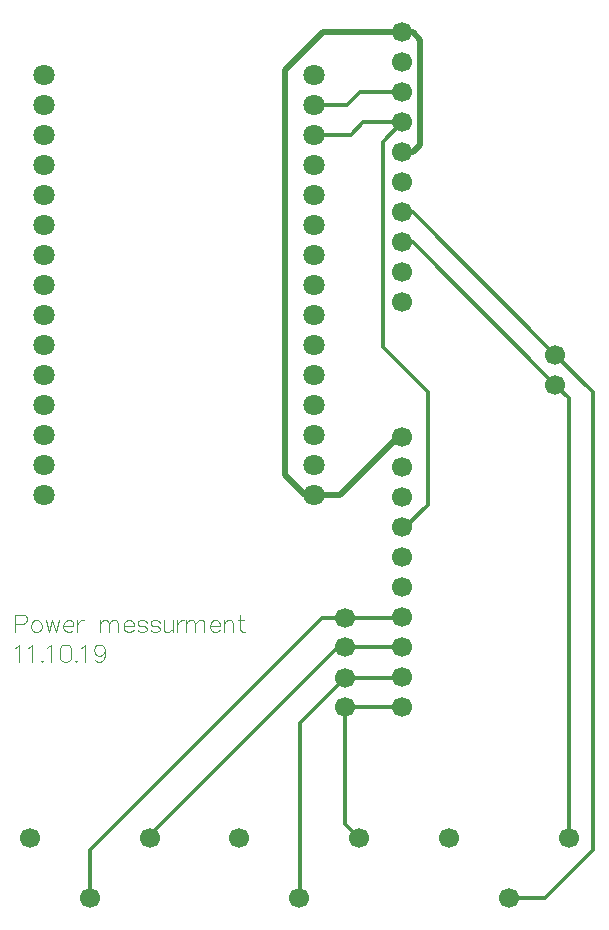
<source format=gtl>
G04*
G04 #@! TF.GenerationSoftware,Altium Limited,Altium Designer,19.1.7 (138)*
G04*
G04 Layer_Physical_Order=1*
G04 Layer_Color=255*
%FSLAX25Y25*%
%MOIN*%
G70*
G01*
G75*
%ADD10C,0.00394*%
%ADD13C,0.01968*%
%ADD14C,0.01181*%
%ADD15C,0.06693*%
%ADD16C,0.07087*%
D10*
X10000Y114780D02*
X10562Y115061D01*
X11406Y115904D01*
Y110000D01*
X14330Y114780D02*
X14892Y115061D01*
X15736Y115904D01*
Y110000D01*
X18941Y110562D02*
X18660Y110281D01*
X18941Y110000D01*
X19222Y110281D01*
X18941Y110562D01*
X20515Y114780D02*
X21078Y115061D01*
X21921Y115904D01*
Y110000D01*
X26532Y115904D02*
X25688Y115623D01*
X25126Y114780D01*
X24845Y113374D01*
Y112530D01*
X25126Y111125D01*
X25688Y110281D01*
X26532Y110000D01*
X27094D01*
X27938Y110281D01*
X28500Y111125D01*
X28781Y112530D01*
Y113374D01*
X28500Y114780D01*
X27938Y115623D01*
X27094Y115904D01*
X26532D01*
X30384Y110562D02*
X30103Y110281D01*
X30384Y110000D01*
X30665Y110281D01*
X30384Y110562D01*
X31958Y114780D02*
X32520Y115061D01*
X33364Y115904D01*
Y110000D01*
X39943Y113936D02*
X39662Y113093D01*
X39099Y112530D01*
X38256Y112249D01*
X37975D01*
X37131Y112530D01*
X36569Y113093D01*
X36288Y113936D01*
Y114217D01*
X36569Y115061D01*
X37131Y115623D01*
X37975Y115904D01*
X38256D01*
X39099Y115623D01*
X39662Y115061D01*
X39943Y113936D01*
Y112530D01*
X39662Y111125D01*
X39099Y110281D01*
X38256Y110000D01*
X37694D01*
X36850Y110281D01*
X36569Y110844D01*
X10000Y122812D02*
X12530D01*
X13374Y123093D01*
X13655Y123374D01*
X13936Y123936D01*
Y124780D01*
X13655Y125342D01*
X13374Y125623D01*
X12530Y125904D01*
X10000D01*
Y120000D01*
X16663Y123936D02*
X16101Y123655D01*
X15539Y123093D01*
X15258Y122249D01*
Y121687D01*
X15539Y120844D01*
X16101Y120281D01*
X16663Y120000D01*
X17507D01*
X18069Y120281D01*
X18631Y120844D01*
X18913Y121687D01*
Y122249D01*
X18631Y123093D01*
X18069Y123655D01*
X17507Y123936D01*
X16663D01*
X20206D02*
X21330Y120000D01*
X22455Y123936D02*
X21330Y120000D01*
X22455Y123936D02*
X23580Y120000D01*
X24704Y123936D02*
X23580Y120000D01*
X26082Y122249D02*
X29456D01*
Y122812D01*
X29175Y123374D01*
X28894Y123655D01*
X28331Y123936D01*
X27488D01*
X26926Y123655D01*
X26363Y123093D01*
X26082Y122249D01*
Y121687D01*
X26363Y120844D01*
X26926Y120281D01*
X27488Y120000D01*
X28331D01*
X28894Y120281D01*
X29456Y120844D01*
X30721Y123936D02*
Y120000D01*
Y122249D02*
X31002Y123093D01*
X31565Y123655D01*
X32127Y123936D01*
X32970D01*
X38144D02*
Y120000D01*
Y122812D02*
X38987Y123655D01*
X39549Y123936D01*
X40393D01*
X40955Y123655D01*
X41236Y122812D01*
Y120000D01*
Y122812D02*
X42080Y123655D01*
X42642Y123936D01*
X43486D01*
X44048Y123655D01*
X44329Y122812D01*
Y120000D01*
X46185Y122249D02*
X49558D01*
Y122812D01*
X49277Y123374D01*
X48996Y123655D01*
X48434Y123936D01*
X47590D01*
X47028Y123655D01*
X46466Y123093D01*
X46185Y122249D01*
Y121687D01*
X46466Y120844D01*
X47028Y120281D01*
X47590Y120000D01*
X48434D01*
X48996Y120281D01*
X49558Y120844D01*
X53916Y123093D02*
X53635Y123655D01*
X52792Y123936D01*
X51948D01*
X51105Y123655D01*
X50824Y123093D01*
X51105Y122530D01*
X51667Y122249D01*
X53073Y121968D01*
X53635Y121687D01*
X53916Y121125D01*
Y120844D01*
X53635Y120281D01*
X52792Y120000D01*
X51948D01*
X51105Y120281D01*
X50824Y120844D01*
X58246Y123093D02*
X57965Y123655D01*
X57121Y123936D01*
X56278D01*
X55435Y123655D01*
X55153Y123093D01*
X55435Y122530D01*
X55997Y122249D01*
X57403Y121968D01*
X57965Y121687D01*
X58246Y121125D01*
Y120844D01*
X57965Y120281D01*
X57121Y120000D01*
X56278D01*
X55435Y120281D01*
X55153Y120844D01*
X59483Y123936D02*
Y121125D01*
X59764Y120281D01*
X60327Y120000D01*
X61170D01*
X61732Y120281D01*
X62576Y121125D01*
Y123936D02*
Y120000D01*
X64122Y123936D02*
Y120000D01*
Y122249D02*
X64403Y123093D01*
X64966Y123655D01*
X65528Y123936D01*
X66372D01*
X66906D02*
Y120000D01*
Y122812D02*
X67749Y123655D01*
X68312Y123936D01*
X69155D01*
X69717Y123655D01*
X69998Y122812D01*
Y120000D01*
Y122812D02*
X70842Y123655D01*
X71404Y123936D01*
X72248D01*
X72810Y123655D01*
X73091Y122812D01*
Y120000D01*
X74947Y122249D02*
X78321D01*
Y122812D01*
X78039Y123374D01*
X77758Y123655D01*
X77196Y123936D01*
X76353D01*
X75790Y123655D01*
X75228Y123093D01*
X74947Y122249D01*
Y121687D01*
X75228Y120844D01*
X75790Y120281D01*
X76353Y120000D01*
X77196D01*
X77758Y120281D01*
X78321Y120844D01*
X79586Y123936D02*
Y120000D01*
Y122812D02*
X80429Y123655D01*
X80992Y123936D01*
X81835D01*
X82397Y123655D01*
X82678Y122812D01*
Y120000D01*
X85068Y125904D02*
Y121125D01*
X85349Y120281D01*
X85912Y120000D01*
X86474D01*
X84225Y123936D02*
X86193D01*
D13*
X112500Y320000D02*
X139000D01*
X100000Y307500D02*
X112500Y320000D01*
X100000Y172500D02*
Y307500D01*
Y172500D02*
X106700Y165800D01*
X142500Y320000D02*
X145000Y317500D01*
Y282500D02*
Y317500D01*
X142500Y280000D02*
X145000Y282500D01*
X137500Y185000D02*
X139000D01*
X118300Y165800D02*
X137500Y185000D01*
X139000Y280000D02*
X142500D01*
X139000Y320000D02*
X142500D01*
X109800Y165800D02*
X118300D01*
X109800D02*
Y167300D01*
X106700Y165800D02*
X109800D01*
D14*
X112400Y124900D02*
X119900D01*
X35000Y47500D02*
X112400Y124900D01*
X35000Y31496D02*
Y47500D01*
X117500Y115000D02*
X120000D01*
X55000Y52500D02*
X117500Y115000D01*
X55000Y51496D02*
Y52500D01*
X104900Y89900D02*
X119900Y104900D01*
X104900Y31727D02*
Y89900D01*
X186496Y31496D02*
X202500Y47500D01*
X202500Y200000D02*
X202500Y47500D01*
X190000Y212500D02*
X202500Y200000D01*
X174669Y31496D02*
X186496D01*
X190100Y202600D02*
X194669Y198031D01*
X194669Y51496D01*
X120000Y56165D02*
Y95000D01*
Y56165D02*
X124669Y51496D01*
X104669Y31496D02*
X104900Y31727D01*
X147500Y162500D02*
Y200000D01*
X140000Y155000D02*
X147500Y162500D01*
X139000Y155000D02*
X140000D01*
X132500Y215000D02*
X147500Y200000D01*
X132500Y215000D02*
Y283500D01*
X139000Y290000D01*
X125000Y300000D02*
X139000D01*
X120800Y295800D02*
X125000Y300000D01*
X109800Y295800D02*
X120800D01*
X126100Y290000D02*
X139000D01*
X121900Y285800D02*
X126100Y290000D01*
X109800Y285800D02*
X121900D01*
X142500Y260000D02*
X190000Y212500D01*
X142700Y250000D02*
X190100Y202600D01*
X139000Y250000D02*
X142700D01*
X139000Y260000D02*
X142500D01*
X138900Y124900D02*
X139000Y125000D01*
X119900Y124900D02*
X138900D01*
X119900D02*
X120000Y125000D01*
Y115000D02*
X139000D01*
X138900Y104900D02*
X139000Y105000D01*
X119900Y104900D02*
X138900D01*
X120000Y95000D02*
X139000D01*
D15*
X174669Y31496D02*
D03*
X194669Y51496D02*
D03*
X154669D02*
D03*
X104669Y31496D02*
D03*
X124669Y51496D02*
D03*
X84669D02*
D03*
X35000Y31496D02*
D03*
X55000Y51496D02*
D03*
X15000D02*
D03*
X139000Y185000D02*
D03*
X139100Y175100D02*
D03*
X139000Y165000D02*
D03*
Y155000D02*
D03*
Y145000D02*
D03*
Y135000D02*
D03*
Y125000D02*
D03*
Y115000D02*
D03*
Y95000D02*
D03*
Y105000D02*
D03*
Y320000D02*
D03*
X139100Y310100D02*
D03*
X139000Y300000D02*
D03*
Y290000D02*
D03*
Y280000D02*
D03*
Y270000D02*
D03*
Y260000D02*
D03*
Y250000D02*
D03*
Y230000D02*
D03*
Y240000D02*
D03*
X120000Y115000D02*
D03*
X119900Y124900D02*
D03*
X120000Y95000D02*
D03*
X119900Y104900D02*
D03*
X190100Y202600D02*
D03*
X190000Y212500D02*
D03*
D16*
X19800Y225900D02*
D03*
X19700Y215800D02*
D03*
Y205800D02*
D03*
X19800Y195800D02*
D03*
X19700Y185800D02*
D03*
Y175800D02*
D03*
Y165800D02*
D03*
Y305800D02*
D03*
X19800Y295900D02*
D03*
X19700Y285800D02*
D03*
Y275800D02*
D03*
X19800Y265800D02*
D03*
X19700Y255800D02*
D03*
Y245800D02*
D03*
Y235800D02*
D03*
X109700Y245700D02*
D03*
X109800Y255800D02*
D03*
Y265800D02*
D03*
Y275800D02*
D03*
Y285800D02*
D03*
Y295800D02*
D03*
Y305800D02*
D03*
Y165800D02*
D03*
X109700Y175700D02*
D03*
X109800Y185800D02*
D03*
Y195800D02*
D03*
Y205800D02*
D03*
Y215800D02*
D03*
Y225800D02*
D03*
Y235800D02*
D03*
M02*

</source>
